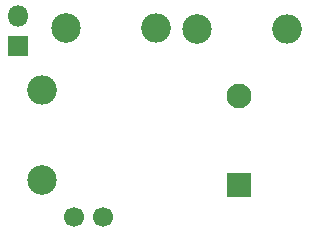
<source format=gbs>
%TF.GenerationSoftware,KiCad,Pcbnew,(5.1.6-0-10_14)*%
%TF.CreationDate,2020-09-05T01:35:09-04:00*%
%TF.ProjectId,solder_beep,736f6c64-6572-45f6-9265-65702e6b6963,rev?*%
%TF.SameCoordinates,Original*%
%TF.FileFunction,Soldermask,Bot*%
%TF.FilePolarity,Negative*%
%FSLAX46Y46*%
G04 Gerber Fmt 4.6, Leading zero omitted, Abs format (unit mm)*
G04 Created by KiCad (PCBNEW (5.1.6-0-10_14)) date 2020-09-05 01:35:09*
%MOMM*%
%LPD*%
G01*
G04 APERTURE LIST*
%ADD10O,2.500000X2.500000*%
%ADD11C,2.500000*%
%ADD12C,1.700000*%
%ADD13O,1.800000X1.800000*%
%ADD14R,1.800000X1.800000*%
%ADD15C,2.100000*%
%ADD16R,2.100000X2.100000*%
G04 APERTURE END LIST*
D10*
%TO.C,R2*%
X32572960Y14996160D03*
D11*
X32572960Y7376160D03*
%TD*%
D10*
%TO.C,R3*%
X42199560Y20228560D03*
D11*
X34579560Y20228560D03*
%TD*%
D10*
%TO.C,R1*%
X53324760Y20091400D03*
D11*
X45704760Y20091400D03*
%TD*%
D12*
%TO.C,C1*%
X35249480Y4175760D03*
X37749480Y4175760D03*
%TD*%
D13*
%TO.C,J1*%
X30515560Y21229320D03*
D14*
X30515560Y18689320D03*
%TD*%
D15*
%TO.C,BZ1*%
X49265840Y14488480D03*
D16*
X49265840Y6888480D03*
%TD*%
M02*

</source>
